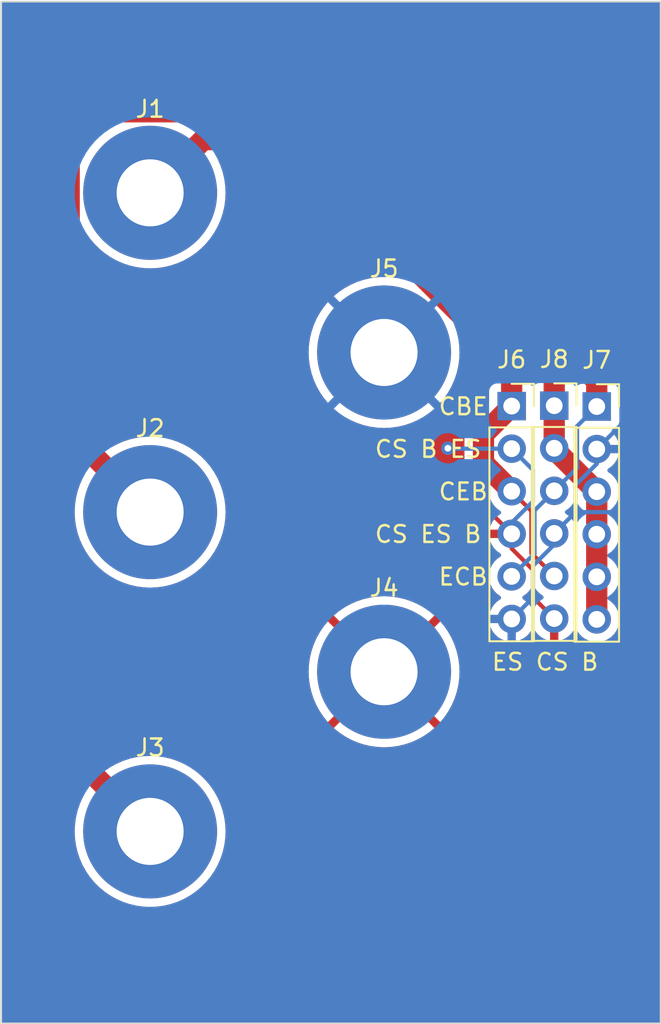
<source format=kicad_pcb>
(kicad_pcb (version 20221018) (generator pcbnew)
  (title_block (title "Tektronix 577 2.54P Adapter") (company "Andre Keys"))
  (layers (0 "F.Cu" signal) (31 "B.Cu" signal) (34 "B.Paste" user) (35 "F.Paste" user) (36 "B.SilkS" user "B.Silkscreen") (37 "F.SilkS" user "F.Silkscreen") (38 "B.Mask" user) (39 "F.Mask" user) (44 "Edge.Cuts" user))
  (net 0 "")
  (net 1 "/C")
  (net 2 "/B")
  (net 3 "/E")
  (net 4 "/C_SENSE")
  (net 5 "/E_SENSE")
  (footprint "MountingHole:MountingHole_4mm_Pad_TopBottom" (layer "F.Cu") (at 146.05 111.76)
    (fp_text reference "J4" (at 0 -5) (layer "F.SilkS"))
    (fp_text value "C Sense")
    (pad "1" thru_hole circle (at 0 0) (size 4.4 4.4) (drill 4) (layers "*.Cu" "*.Mask") (net 4 "/C_SENSE"))
    (pad "1" connect circle (at 0 0) (size 8 8) (layers "F.Cu" "F.Mask") (net 4 "/C_SENSE"))
    (pad "1" connect circle (at 0 0) (size 8 8) (layers "B.Cu" "B.Mask") (net 4 "/C_SENSE"))
  )
  (footprint "MountingHole:MountingHole_4mm_Pad_TopBottom" (layer "F.Cu") (at 132.08 83.185)
    (fp_text reference "J1" (at 0 -5) (layer "F.SilkS"))
    (fp_text value "C")
    (pad "1" thru_hole circle (at 0 0) (size 4.4 4.4) (drill 4) (layers "*.Cu" "*.Mask") (net 1 "/C"))
    (pad "1" connect circle (at 0 0) (size 8 8) (layers "F.Cu" "F.Mask") (net 1 "/C"))
    (pad "1" connect circle (at 0 0) (size 8 8) (layers "B.Cu" "B.Mask") (net 1 "/C"))
  )
  (footprint "MountingHole:MountingHole_4mm_Pad_TopBottom" (layer "F.Cu") (at 146.05 92.71)
    (fp_text reference "J5" (at 0 -5) (layer "F.SilkS"))
    (fp_text value "E Sense")
    (pad "1" thru_hole circle (at 0 0) (size 4.4 4.4) (drill 4) (layers "*.Cu" "*.Mask") (net 5 "/E_SENSE"))
    (pad "1" connect circle (at 0 0) (size 8 8) (layers "F.Cu" "F.Mask") (net 5 "/E_SENSE"))
    (pad "1" connect circle (at 0 0) (size 8 8) (layers "B.Cu" "B.Mask") (net 5 "/E_SENSE"))
  )
  (footprint "Connector_PinSocket_2.54mm:PinSocket_1x06_P2.54mm_Vertical" (layer "F.Cu") (at 153.67 95.91)
    (fp_text reference "J6" (at 0 -2.77) (layer "F.SilkS"))
    (fp_text value "X Socket")
    (fp_line (start -1.33 1.27) (end -1.33 14.03) (stroke (width 0.12)) (layer "F.SilkS"))
    (fp_line (start -1.33 1.27) (end 1.33 1.27) (stroke (width 0.12)) (layer "F.SilkS"))
    (fp_line (start -1.33 14.03) (end 1.33 14.03) (stroke (width 0.12)) (layer "F.SilkS"))
    (fp_line (start 0 -1.33) (end 1.33 -1.33) (stroke (width 0.12)) (layer "F.SilkS"))
    (fp_line (start 1.33 -1.33) (end 1.33 0) (stroke (width 0.12)) (layer "F.SilkS"))
    (fp_line (start 1.33 1.27) (end 1.33 14.03) (stroke (width 0.12)) (layer "F.SilkS"))
    (pad "1" thru_hole rect (at 0 0) (size 1.7 1.7) (drill 1) (layers "*.Cu" "*.Mask") (net 1 "/C"))
    (pad "2" thru_hole oval (at 0 2.54) (size 1.7 1.7) (drill 1) (layers "*.Cu" "*.Mask") (net 4 "/C_SENSE"))
    (pad "3" thru_hole oval (at 0 5.08) (size 1.7 1.7) (drill 1) (layers "*.Cu" "*.Mask") (net 1 "/C"))
    (pad "4" thru_hole oval (at 0 7.62) (size 1.7 1.7) (drill 1) (layers "*.Cu" "*.Mask") (net 4 "/C_SENSE"))
    (pad "5" thru_hole oval (at 0 10.16) (size 1.7 1.7) (drill 1) (layers "*.Cu" "*.Mask") (net 3 "/E"))
    (pad "6" thru_hole oval (at 0 12.7) (size 1.7 1.7) (drill 1) (layers "*.Cu" "*.Mask") (net 5 "/E_SENSE"))
  )
  (footprint "MountingHole:MountingHole_4mm_Pad_TopBottom" (layer "F.Cu") (at 132.08 121.285)
    (fp_text reference "J3" (at 0 -5) (layer "F.SilkS"))
    (fp_text value "E")
    (pad "1" thru_hole circle (at 0 0) (size 4.4 4.4) (drill 4) (layers "*.Cu" "*.Mask") (net 3 "/E"))
    (pad "1" connect circle (at 0 0) (size 8 8) (layers "F.Cu" "F.Mask") (net 3 "/E"))
    (pad "1" connect circle (at 0 0) (size 8 8) (layers "B.Cu" "B.Mask") (net 3 "/E"))
  )
  (footprint "MountingHole:MountingHole_4mm_Pad_TopBottom" (layer "F.Cu") (at 132.08 102.235)
    (fp_text reference "J2" (at 0 -5) (layer "F.SilkS"))
    (fp_text value "B")
    (pad "1" thru_hole circle (at 0 0) (size 4.4 4.4) (drill 4) (layers "*.Cu" "*.Mask") (net 2 "/B"))
    (pad "1" connect circle (at 0 0) (size 8 8) (layers "F.Cu" "F.Mask") (net 2 "/B"))
    (pad "1" connect circle (at 0 0) (size 8 8) (layers "B.Cu" "B.Mask") (net 2 "/B"))
  )
  (footprint "Connector_PinSocket_2.54mm:PinSocket_1x06_P2.54mm_Vertical" (layer "F.Cu") (at 158.75 95.935)
    (fp_text reference "J7" (at 0 -2.77) (layer "F.SilkS"))
    (fp_text value "Z Socket")
    (fp_line (start -1.33 1.27) (end -1.33 14.03) (stroke (width 0.12)) (layer "F.SilkS"))
    (fp_line (start -1.33 1.27) (end 1.33 1.27) (stroke (width 0.12)) (layer "F.SilkS"))
    (fp_line (start -1.33 14.03) (end 1.33 14.03) (stroke (width 0.12)) (layer "F.SilkS"))
    (fp_line (start 0 -1.33) (end 1.33 -1.33) (stroke (width 0.12)) (layer "F.SilkS"))
    (fp_line (start 1.33 -1.33) (end 1.33 0) (stroke (width 0.12)) (layer "F.SilkS"))
    (fp_line (start 1.33 1.27) (end 1.33 14.03) (stroke (width 0.12)) (layer "F.SilkS"))
    (pad "1" thru_hole rect (at 0 0) (size 1.7 1.7) (drill 1) (layers "*.Cu" "*.Mask") (net 3 "/E"))
    (pad "2" thru_hole oval (at 0 2.54) (size 1.7 1.7) (drill 1) (layers "*.Cu" "*.Mask") (net 5 "/E_SENSE"))
    (pad "3" thru_hole oval (at 0 5.08) (size 1.7 1.7) (drill 1) (layers "*.Cu" "*.Mask") (net 2 "/B"))
    (pad "4" thru_hole oval (at 0 7.62) (size 1.7 1.7) (drill 1) (layers "*.Cu" "*.Mask") (net 2 "/B"))
    (pad "5" thru_hole oval (at 0 10.16) (size 1.7 1.7) (drill 1) (layers "*.Cu" "*.Mask") (net 2 "/B"))
    (pad "6" thru_hole oval (at 0 12.7) (size 1.7 1.7) (drill 1) (layers "*.Cu" "*.Mask") (net 2 "/B"))
  )
  (footprint "Connector_PinSocket_2.54mm:PinSocket_1x06_P2.54mm_Vertical" (layer "F.Cu") (at 156.21 95.885)
    (fp_text reference "J8" (at 0 -2.77) (layer "F.SilkS"))
    (fp_text value "Z Socket")
    (fp_line (start -1.33 1.27) (end -1.33 14.03) (stroke (width 0.12)) (layer "F.SilkS"))
    (fp_line (start -1.33 1.27) (end 1.33 1.27) (stroke (width 0.12)) (layer "F.SilkS"))
    (fp_line (start -1.33 14.03) (end 1.33 14.03) (stroke (width 0.12)) (layer "F.SilkS"))
    (fp_line (start 0 -1.33) (end 1.33 -1.33) (stroke (width 0.12)) (layer "F.SilkS"))
    (fp_line (start 1.33 -1.33) (end 1.33 0) (stroke (width 0.12)) (layer "F.SilkS"))
    (fp_line (start 1.33 1.27) (end 1.33 14.03) (stroke (width 0.12)) (layer "F.SilkS"))
    (pad "1" thru_hole rect (at 0 0) (size 1.7 1.7) (drill 1) (layers "*.Cu" "*.Mask") (net 2 "/B"))
    (pad "2" thru_hole oval (at 0 2.54) (size 1.7 1.7) (drill 1) (layers "*.Cu" "*.Mask") (net 2 "/B"))
    (pad "3" thru_hole oval (at 0 5.08) (size 1.7 1.7) (drill 1) (layers "*.Cu" "*.Mask") (net 3 "/E"))
    (pad "4" thru_hole oval (at 0 7.62) (size 1.7 1.7) (drill 1) (layers "*.Cu" "*.Mask") (net 5 "/E_SENSE"))
    (pad "5" thru_hole oval (at 0 10.16) (size 1.7 1.7) (drill 1) (layers "*.Cu" "*.Mask") (net 1 "/C"))
    (pad "6" thru_hole oval (at 0 12.7) (size 1.7 1.7) (drill 1) (layers "*.Cu" "*.Mask") (net 4 "/C_SENSE"))
  )
  (gr_rect (start 123.19 71.78) (end 162.56 132.74) (stroke (width 0.1)) (fill none) (layer "Edge.Cuts"))
  (gr_text "CS ES B" (at 145.415 104.14) (layer "F.SilkS") (effects (font (size 1 1)) (justify left bottom)))
  (gr_text "CEB" (at 149.225 101.6) (layer "F.SilkS") (effects (font (size 1 1)) (justify left bottom)))
  (gr_text "CS B ES" (at 145.415 99.06) (layer "F.SilkS") (effects (font (size 1 1)) (justify left bottom)))
  (gr_text "CBE" (at 149.225 96.52) (layer "F.SilkS") (effects (font (size 1 1)) (justify left bottom)))
  (gr_text "ES CS B" (at 152.4 111.76) (layer "F.SilkS") (effects (font (size 1 1)) (justify left bottom)))
  (gr_text "ECB" (at 149.225 106.68) (layer "F.SilkS") (effects (font (size 1 1)) (justify left bottom)))
  (segment (start 140.187723 80.01) (end 153.67 93.492277) (width 1.27) (layer "F.Cu") (net 1))
  (segment (start 135.255 80.01) (end 140.187723 80.01) (width 1.27) (layer "F.Cu") (net 1))
  (segment (start 156.21 106.045) (end 154.845 104.68) (width 0.25) (layer "F.Cu") (net 1))
  (segment (start 132.08 83.185) (end 135.255 80.01) (width 1.27) (layer "F.Cu") (net 1))
  (segment (start 153.67 93.492277) (end 153.67 95.91) (width 1.27) (layer "F.Cu") (net 1))
  (segment (start 151.985 99.305) (end 151.985 97.595) (width 1.27) (layer "F.Cu") (net 1))
  (segment (start 154.845 102.165) (end 153.67 100.99) (width 0.25) (layer "F.Cu") (net 1))
  (segment (start 151.985 97.595) (end 153.67 95.91) (width 1.27) (layer "F.Cu") (net 1))
  (segment (start 154.845 104.68) (end 154.845 102.165) (width 0.25) (layer "F.Cu") (net 1))
  (segment (start 153.67 100.99) (end 151.985 99.305) (width 1.27) (layer "F.Cu") (net 1))
  (segment (start 132.08 102.235) (end 127.245 97.4) (width 1.27) (layer "F.Cu") (net 2))
  (segment (start 127.245 97.4) (end 127.245 80.4) (width 1.27) (layer "F.Cu") (net 2))
  (segment (start 156.21 95.885) (end 156.21 98.425) (width 1.27) (layer "F.Cu") (net 2))
  (segment (start 140.606617 78.35) (end 156.21 93.953383) (width 1.27) (layer "F.Cu") (net 2))
  (segment (start 158.75 101.015) (end 158.75 108.635) (width 1.27) (layer "F.Cu") (net 2))
  (segment (start 156.21 98.475) (end 158.75 101.015) (width 1.27) (layer "F.Cu") (net 2))
  (segment (start 129.295 78.35) (end 140.606617 78.35) (width 1.27) (layer "F.Cu") (net 2))
  (segment (start 127.245 80.4) (end 129.295 78.35) (width 1.27) (layer "F.Cu") (net 2))
  (segment (start 156.21 98.425) (end 156.21 98.475) (width 1.27) (layer "F.Cu") (net 2))
  (segment (start 156.21 93.953383) (end 156.21 95.885) (width 1.27) (layer "F.Cu") (net 2))
  (segment (start 141.215511 76.88) (end 158.75 94.414489) (width 1.27) (layer "F.Cu") (net 3))
  (segment (start 132.08 121.285) (end 125.775 114.98) (width 1.27) (layer "F.Cu") (net 3))
  (segment (start 125.775 114.98) (end 125.775 79.33) (width 1.27) (layer "F.Cu") (net 3))
  (segment (start 125.775 79.33) (end 128.225 76.88) (width 1.27) (layer "F.Cu") (net 3))
  (segment (start 128.225 76.88) (end 141.215511 76.88) (width 1.27) (layer "F.Cu") (net 3))
  (segment (start 158.75 94.414489) (end 158.75 95.935) (width 1.27) (layer "F.Cu") (net 3))
  (segment (start 157.575 97.11) (end 158.75 95.935) (width 0.25) (layer "B.Cu") (net 3))
  (segment (start 155.035 102.14) (end 155.035 104.705) (width 0.25) (layer "B.Cu") (net 3))
  (segment (start 155.035 104.705) (end 153.67 106.07) (width 0.25) (layer "B.Cu") (net 3))
  (segment (start 156.21 100.965) (end 155.035 102.14) (width 0.25) (layer "B.Cu") (net 3))
  (segment (start 157.575 99.6) (end 157.575 97.11) (width 0.25) (layer "B.Cu") (net 3))
  (segment (start 156.21 100.965) (end 157.575 99.6) (width 0.25) (layer "B.Cu") (net 3))
  (segment (start 154.94 107.315) (end 156.21 108.585) (width 0.25) (layer "F.Cu") (net 4))
  (segment (start 153.67 104.408299) (end 154.94 105.678299) (width 0.25) (layer "F.Cu") (net 4))
  (segment (start 154.94 105.678299) (end 154.94 107.315) (width 0.25) (layer "F.Cu") (net 4))
  (segment (start 152.4 102.26) (end 152.4 102.235) (width 0.25) (layer "F.Cu") (net 4))
  (segment (start 153.67 103.53) (end 153.67 104.408299) (width 0.25) (layer "F.Cu") (net 4))
  (segment (start 153.67 103.53) (end 152.4 102.26) (width 0.25) (layer "F.Cu") (net 4))
  (via (at 149.86 98.425) (size 0.8) (drill 0.4) (layers "F.Cu" "B.Cu") (net 4))
  (segment (start 153.67 98.45) (end 154.94 99.72) (width 0.25) (layer "B.Cu") (net 4))
  (segment (start 153.67 98.45) (end 149.885 98.45) (width 0.25) (layer "B.Cu") (net 4))
  (segment (start 154.94 99.72) (end 154.94 101.598604) (width 0.25) (layer "B.Cu") (net 4))
  (segment (start 149.885 98.45) (end 149.86 98.425) (width 0.25) (layer "B.Cu") (net 4))
  (segment (start 153.67 102.868604) (end 153.67 103.53) (width 0.25) (layer "B.Cu") (net 4))
  (segment (start 154.94 101.598604) (end 153.67 102.868604) (width 0.25) (layer "B.Cu") (net 4))
  (segment (start 157.48 102.235) (end 160.655 102.235) (width 0.25) (layer "B.Cu") (net 5))
  (segment (start 158.75 99.353299) (end 157.48 100.623299) (width 0.25) (layer "B.Cu") (net 5))
  (segment (start 158.75 98.475) (end 160.07 97.155) (width 0.25) (layer "B.Cu") (net 5))
  (segment (start 156.21 103.505) (end 156.21 104.166396) (width 0.25) (layer "B.Cu") (net 5))
  (segment (start 160.07 97.155) (end 160.655 97.155) (width 0.25) (layer "B.Cu") (net 5))
  (segment (start 154.94 107.34) (end 153.67 108.61) (width 0.25) (layer "B.Cu") (net 5))
  (segment (start 158.75 99.353299) (end 158.75 98.475) (width 0.25) (layer "B.Cu") (net 5))
  (segment (start 154.94 105.436396) (end 154.94 107.34) (width 0.25) (layer "B.Cu") (net 5))
  (segment (start 157.48 102.235) (end 156.21 103.505) (width 0.25) (layer "B.Cu") (net 5))
  (segment (start 156.21 104.166396) (end 154.94 105.436396) (width 0.25) (layer "B.Cu") (net 5))
  (segment (start 157.48 100.623299) (end 157.48 102.235) (width 0.25) (layer "B.Cu") (net 5))
  (zone (net 4) (net_name "/C_SENSE") (layer "F.Cu") (priority 1) (connect_pads (clearance 0.5)) (min_thickness 0.25) (fill yes (thermal_gap 0.5) (thermal_bridge_width 0.5))
    (polygon (pts (xy 123.19 71.755) (xy 162.56 71.755) (xy 162.56 132.715) (xy 123.19 132.715)))
  )
  (zone (net 5) (net_name "/E_SENSE") (layer "B.Cu") (connect_pads (clearance 0.5)) (min_thickness 0.25) (fill yes (thermal_gap 0.5) (thermal_bridge_width 0.5))
    (polygon (pts (xy 123.19 71.755) (xy 123.19 132.715) (xy 162.56 132.715) (xy 162.56 71.755)))
  )
)
</source>
